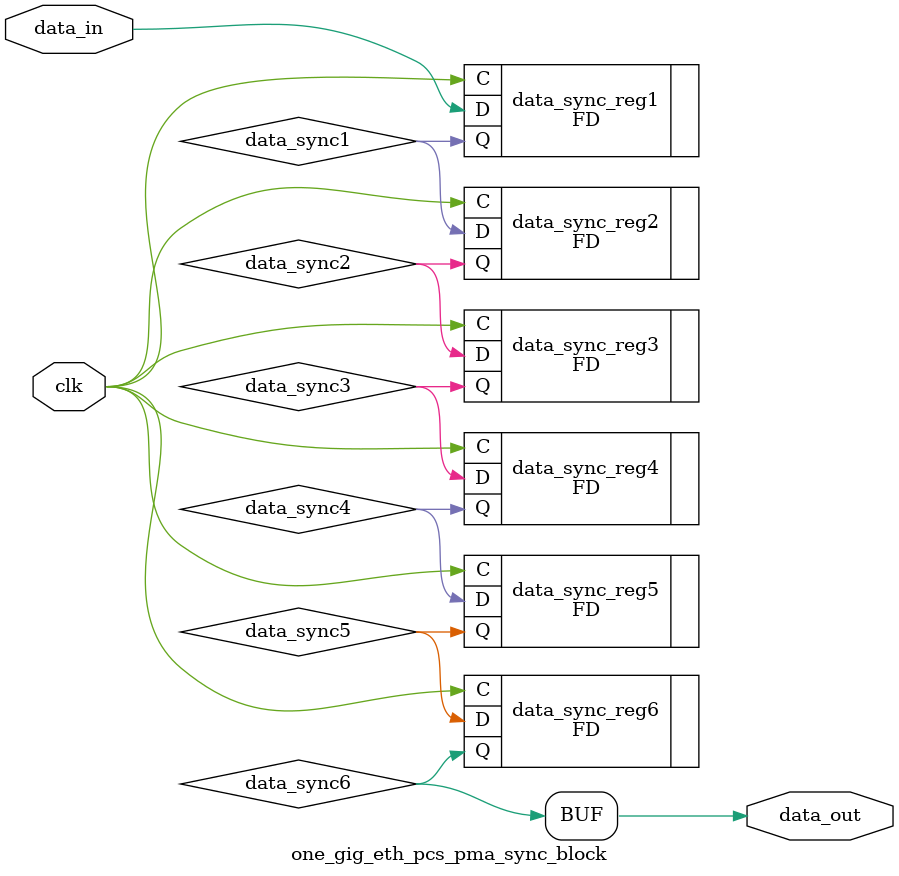
<source format=v>

`timescale 1ps / 1ps

module one_gig_eth_pcs_pma_sync_block #(
  parameter INITIALISE = 2'b00
)
(
  input        clk,              // clock to be sync'ed to
  input        data_in,          // Data to be 'synced'
  output       data_out          // synced data
);

  // Internal Signals
  wire data_sync1;
  wire data_sync2;
  wire data_sync3;
  wire data_sync4;
  wire data_sync5;
  wire data_sync6;


  (* shreg_extract = "no", ASYNC_REG = "TRUE" *)
  FD #(
    .INIT (INITIALISE[0])
  ) data_sync_reg1 (
    .C  (clk),
    .D  (data_in),
    .Q  (data_sync1)
  );


  (* shreg_extract = "no", ASYNC_REG = "TRUE" *)
  FD #(
   .INIT (INITIALISE[1])
  ) data_sync_reg2 (
  .C  (clk),
  .D  (data_sync1),
  .Q  (data_sync2)
  );


  (* shreg_extract = "no", ASYNC_REG = "TRUE" *)
  FD #(
   .INIT (INITIALISE[1])
  ) data_sync_reg3 (
  .C  (clk),
  .D  (data_sync2),
  .Q  (data_sync3)
  );

  (* shreg_extract = "no", ASYNC_REG = "TRUE" *)
  FD #(
   .INIT (INITIALISE[1])
  ) data_sync_reg4 (
  .C  (clk),
  .D  (data_sync3),
  .Q  (data_sync4)
  );

  (* shreg_extract = "no", ASYNC_REG = "TRUE" *)
  FD #(
   .INIT (INITIALISE[1])
  ) data_sync_reg5 (
  .C  (clk),
  .D  (data_sync4),
  .Q  (data_sync5)
  );

  (* shreg_extract = "no", ASYNC_REG = "TRUE" *)
  FD #(
   .INIT (INITIALISE[1])
  ) data_sync_reg6 (
  .C  (clk),
  .D  (data_sync5),
  .Q  (data_sync6)
  );
  assign data_out = data_sync6;


endmodule



</source>
